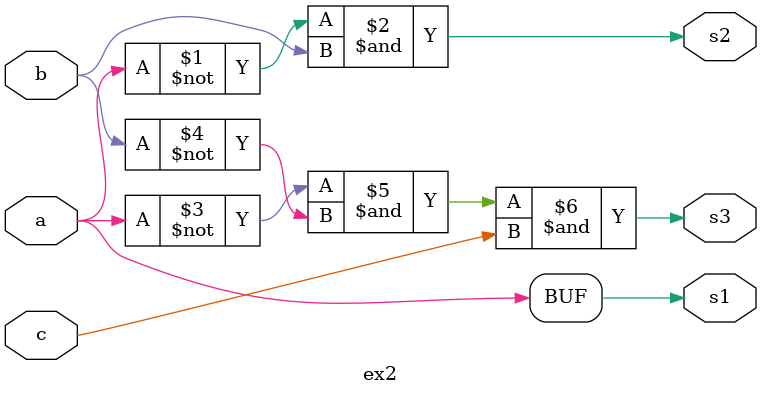
<source format=v>
module ex2(a, b, c, s1, s2, s3);

    input a, b, c;
    output s1, s2, s3;

    assign s1 = a;
    assign s2 = ~a & b;
    assign s3 = ~a & ~b & c;

endmodule
</source>
